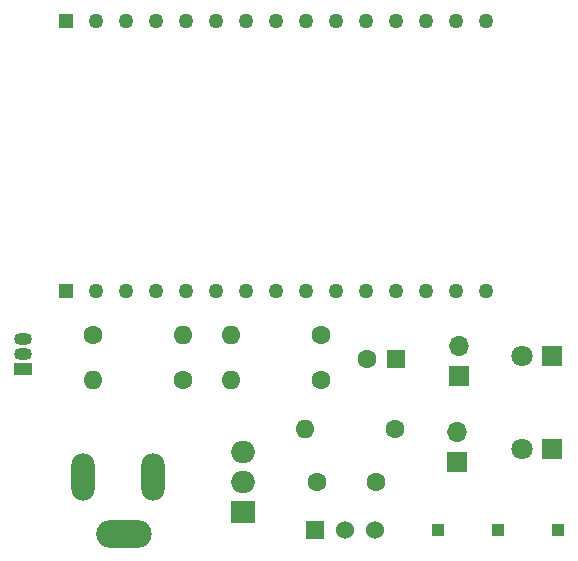
<source format=gbr>
%TF.GenerationSoftware,KiCad,Pcbnew,(6.0.2)*%
%TF.CreationDate,2022-03-19T12:25:46-03:00*%
%TF.ProjectId,ThermalControl,54686572-6d61-46c4-936f-6e74726f6c2e,rev?*%
%TF.SameCoordinates,Original*%
%TF.FileFunction,Soldermask,Bot*%
%TF.FilePolarity,Negative*%
%FSLAX46Y46*%
G04 Gerber Fmt 4.6, Leading zero omitted, Abs format (unit mm)*
G04 Created by KiCad (PCBNEW (6.0.2)) date 2022-03-19 12:25:46*
%MOMM*%
%LPD*%
G01*
G04 APERTURE LIST*
%ADD10R,1.270000X1.270000*%
%ADD11C,1.270000*%
%ADD12O,2.000000X1.905000*%
%ADD13R,2.000000X1.905000*%
%ADD14R,1.524000X1.524000*%
%ADD15C,1.524000*%
%ADD16R,1.500000X1.050000*%
%ADD17O,1.500000X1.050000*%
%ADD18C,1.600000*%
%ADD19O,1.600000X1.600000*%
%ADD20C,1.800000*%
%ADD21R,1.800000X1.800000*%
%ADD22R,1.000000X1.000000*%
%ADD23O,4.700000X2.350000*%
%ADD24O,2.000000X4.000000*%
%ADD25R,1.600000X1.600000*%
%ADD26R,1.700000X1.700000*%
%ADD27O,1.700000X1.700000*%
G04 APERTURE END LIST*
D10*
%TO.C,U1*%
X63500000Y-45720000D03*
D11*
X66040000Y-45720000D03*
X68580000Y-45720000D03*
X71120000Y-45720000D03*
X73660000Y-45720000D03*
X76200000Y-45720000D03*
X78740000Y-45720000D03*
X81280000Y-45720000D03*
X83820000Y-45720000D03*
X86360000Y-45720000D03*
X88900000Y-45720000D03*
X91440000Y-45720000D03*
X93980000Y-45720000D03*
X96520000Y-45720000D03*
X99060000Y-45720000D03*
D10*
X63500000Y-68580000D03*
D11*
X66040000Y-68580000D03*
X68580000Y-68580000D03*
X71120000Y-68580000D03*
X73660000Y-68580000D03*
X76200000Y-68580000D03*
X78740000Y-68580000D03*
X81280000Y-68580000D03*
X83820000Y-68580000D03*
X86360000Y-68580000D03*
X88900000Y-68580000D03*
X91440000Y-68580000D03*
X93980000Y-68580000D03*
X96520000Y-68580000D03*
X99060000Y-68580000D03*
%TD*%
D12*
%TO.C,Vreg1*%
X78486000Y-82169000D03*
X78486000Y-84709000D03*
D13*
X78486000Y-87249000D03*
%TD*%
D14*
%TO.C,U2*%
X84582000Y-88773000D03*
D15*
X87122000Y-88773000D03*
X89662000Y-88773000D03*
%TD*%
D16*
%TO.C,SENSOR1*%
X59817000Y-75184000D03*
D17*
X59817000Y-73914000D03*
X59817000Y-72644000D03*
%TD*%
D18*
%TO.C,R5*%
X73406000Y-76073000D03*
D19*
X65786000Y-76073000D03*
%TD*%
D18*
%TO.C,R4*%
X85090000Y-72263000D03*
D19*
X77470000Y-72263000D03*
%TD*%
%TO.C,R3*%
X73406000Y-72263000D03*
D18*
X65786000Y-72263000D03*
%TD*%
%TO.C,R2*%
X85090000Y-76073000D03*
D19*
X77470000Y-76073000D03*
%TD*%
D18*
%TO.C,R1*%
X91313000Y-80264000D03*
D19*
X83693000Y-80264000D03*
%TD*%
D20*
%TO.C,P_LED1*%
X102108000Y-74041000D03*
D21*
X104648000Y-74041000D03*
%TD*%
D22*
%TO.C,J4*%
X94996000Y-88773000D03*
%TD*%
D23*
%TO.C,J3*%
X68393000Y-89128000D03*
D24*
X64893000Y-84328000D03*
X70893000Y-84328000D03*
%TD*%
D22*
%TO.C,J2*%
X105156000Y-88773000D03*
%TD*%
%TO.C,J1*%
X100076000Y-88773000D03*
%TD*%
D21*
%TO.C,C_LED1*%
X104648000Y-81915000D03*
D20*
X102108000Y-81915000D03*
%TD*%
D25*
%TO.C,C2*%
X91440000Y-74295000D03*
D18*
X88940000Y-74295000D03*
%TD*%
%TO.C,C1*%
X84749000Y-84709000D03*
X89749000Y-84709000D03*
%TD*%
D26*
%TO.C,BTN2*%
X96622000Y-83038000D03*
D27*
X96622000Y-80498000D03*
%TD*%
D26*
%TO.C,BTN1*%
X96749000Y-75799000D03*
D27*
X96749000Y-73259000D03*
%TD*%
M02*

</source>
